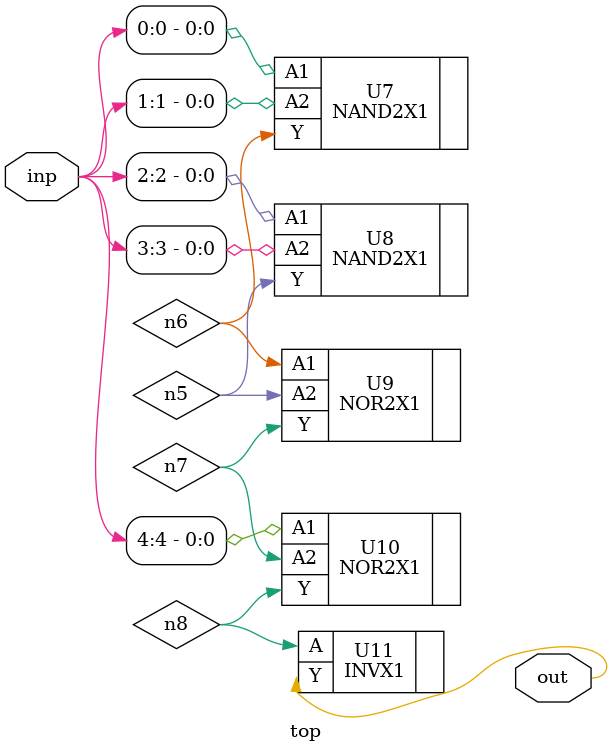
<source format=sv>


module top ( inp, out );
  input [4:0] inp;
  output out;
  wire   n5, n6, n7, n8;

  NAND2X1 U7 ( .A1(inp[0]), .A2(inp[1]), .Y(n6) );
  NAND2X1 U8 ( .A1(inp[2]), .A2(inp[3]), .Y(n5) );
  NOR2X1 U9 ( .A1(n6), .A2(n5), .Y(n7) );
  NOR2X1 U10 ( .A1(inp[4]), .A2(n7), .Y(n8) );
  INVX1 U11 ( .A(n8), .Y(out) );
endmodule


</source>
